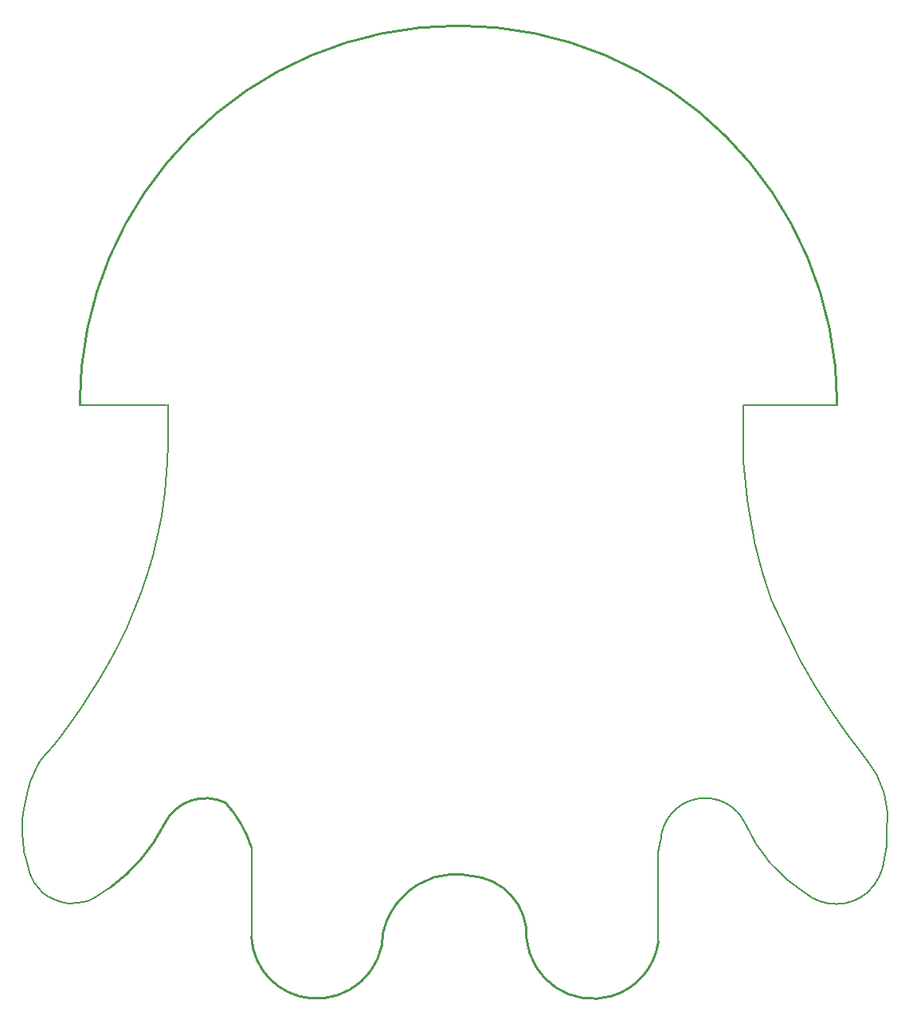
<source format=gm1>
G04*
G04 #@! TF.GenerationSoftware,Altium Limited,Altium Designer,22.3.1 (43)*
G04*
G04 Layer_Color=16711935*
%FSLAX44Y44*%
%MOMM*%
G71*
G04*
G04 #@! TF.SameCoordinates,6D1C2D26-131F-4FF1-9C2C-6AC643E27ED1*
G04*
G04*
G04 #@! TF.FilePolarity,Positive*
G04*
G01*
G75*
%ADD11C,0.2540*%
%ADD15C,0.1270*%
D11*
X-360000Y-432500D02*
G03*
X-302500Y-365000I-110750J152583D01*
G01*
X-237500Y-342500D02*
G03*
X-302500Y-365000I-21250J-43750D01*
G01*
X-210000Y-390000D02*
G03*
X-237500Y-342500I-121539J-38654D01*
G01*
X-210000Y-485000D02*
G03*
X-147500Y-550000I68853J3657D01*
G01*
D02*
G03*
X-70000Y-480000I6906J70255D01*
G01*
X-48350Y-441577D02*
G03*
X-70000Y-480000I52125J-54682D01*
G01*
X22500Y-420000D02*
G03*
X-48350Y-441577I-16250J-73750D01*
G01*
X82414Y-487024D02*
G03*
X22500Y-420000I-63469J3555D01*
G01*
X82414Y-487024D02*
G03*
X172843Y-547688I70419J7240D01*
G01*
X172843Y-547688D02*
G03*
X222500Y-490000I-19859J67311D01*
G01*
X412500Y80000D02*
G03*
X-392500Y80000I-402500J0D01*
G01*
D15*
X315000Y-365000D02*
G03*
X225000Y-382500I-42888J-19612D01*
G01*
X315000Y-365000D02*
G03*
X378474Y-438270I150500J66250D01*
G01*
D02*
G03*
X445000Y-437500I32805J39944D01*
G01*
Y-437500D02*
G03*
X462894Y-400118I-39599J41929D01*
G01*
D02*
G03*
X465059Y-374623I-59675J17907D01*
G01*
X465059Y-374623D02*
G03*
X442500Y-295000I-98251J15171D01*
G01*
X372500Y-190000D02*
G03*
X442500Y-295000I628439J343126D01*
G01*
X342833Y-127927D02*
G03*
X372500Y-190000I907763J395725D01*
G01*
X325000Y-67500D02*
G03*
X342833Y-127927I496430J113661D01*
G01*
X312500Y22500D02*
G03*
X325000Y-67500I649941J44401D01*
G01*
X-298920Y39342D02*
X-298613Y80298D01*
X-299690Y18555D02*
X-298920Y39342D01*
X-302308Y-12855D02*
X-299690Y18555D01*
X-305695Y-37953D02*
X-302308Y-12855D01*
X-309545Y-57507D02*
X-305695Y-37953D01*
X-315088Y-80449D02*
X-309545Y-57507D01*
X-321400Y-102313D02*
X-315088Y-80449D01*
X-328175Y-122176D02*
X-321400Y-102313D01*
X-335412Y-140191D02*
X-328175Y-122176D01*
X-342957Y-157282D02*
X-335412Y-140191D01*
X-353889Y-179300D02*
X-342957Y-157282D01*
X-363127Y-196391D02*
X-353889Y-179300D01*
X-372519Y-212712D02*
X-363127Y-196391D01*
X-379140Y-223028D02*
X-372519Y-212712D01*
X-390380Y-240273D02*
X-379140Y-223028D01*
X-400542Y-255054D02*
X-390380Y-240273D01*
X-411474Y-269990D02*
X-400542Y-255054D01*
X-419943Y-280768D02*
X-411474Y-269990D01*
X-433954Y-297243D02*
X-419943Y-280768D01*
X-438420Y-304633D02*
X-433954Y-297243D01*
X-444758Y-319861D02*
X-438420Y-304633D01*
X-447807Y-329007D02*
X-444758Y-319861D01*
X-450440Y-340787D02*
X-447807Y-329007D01*
X-452380Y-352844D02*
X-450440Y-340787D01*
X-453489Y-361852D02*
X-452380Y-352844D01*
X-453587Y-375539D02*
X-453489Y-361852D01*
X-453587Y-375539D02*
X-452986Y-382597D01*
X-451484Y-394761D01*
X-449682Y-402870D01*
X-447880Y-409328D01*
X-445928Y-416086D01*
X-443675Y-422093D01*
X-440972Y-427649D01*
X-436110Y-433444D01*
X-432193Y-437547D01*
X-426226Y-441929D01*
X-416901Y-446312D01*
X-412239Y-447990D01*
X-404127Y-449482D01*
X-394522Y-449016D01*
X-384265Y-446778D01*
X-376899Y-443515D01*
X-360000Y-432500D01*
X-210000Y-485000D02*
Y-390000D01*
X222500Y-490000D02*
Y-395000D01*
X225000Y-382500D01*
X312500Y22500D02*
Y42500D01*
Y65000D01*
Y80000D01*
X412500D01*
X-392500D02*
X-300000D01*
M02*

</source>
